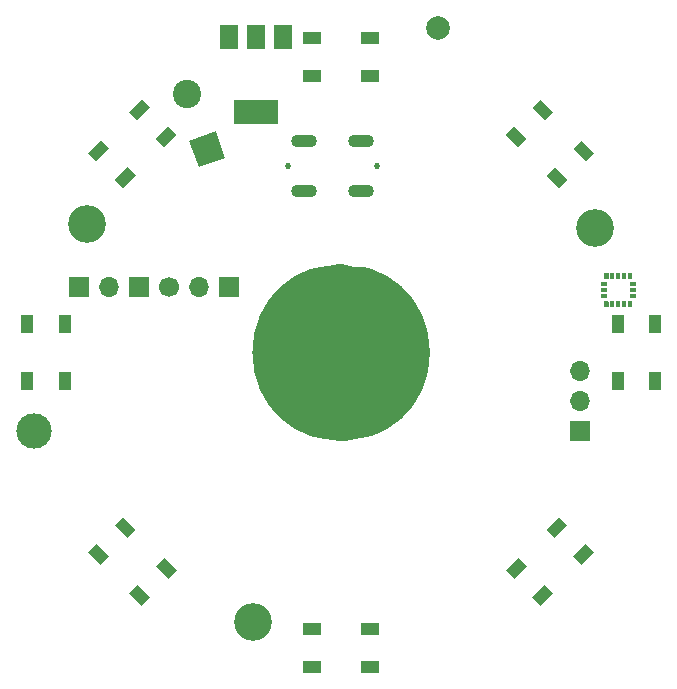
<source format=gbr>
%TF.GenerationSoftware,KiCad,Pcbnew,(5.1.10)-1*%
%TF.CreationDate,2021-12-05T21:12:05-05:00*%
%TF.ProjectId,poi_PCB,706f695f-5043-4422-9e6b-696361645f70,rev?*%
%TF.SameCoordinates,Original*%
%TF.FileFunction,Soldermask,Top*%
%TF.FilePolarity,Negative*%
%FSLAX46Y46*%
G04 Gerber Fmt 4.6, Leading zero omitted, Abs format (unit mm)*
G04 Created by KiCad (PCBNEW (5.1.10)-1) date 2021-12-05 21:12:05*
%MOMM*%
%LPD*%
G01*
G04 APERTURE LIST*
%ADD10C,7.500000*%
%ADD11C,3.200000*%
%ADD12O,1.700000X1.700000*%
%ADD13R,1.700000X1.700000*%
%ADD14C,0.520000*%
%ADD15O,2.200000X1.100000*%
%ADD16C,2.000000*%
%ADD17C,2.400000*%
%ADD18C,0.100000*%
%ADD19C,1.700000*%
%ADD20C,3.000000*%
%ADD21R,1.500000X2.000000*%
%ADD22R,3.800000X2.000000*%
%ADD23R,1.000000X1.500000*%
%ADD24R,1.500000X1.000000*%
G04 APERTURE END LIST*
D10*
X111248940Y-77499760D02*
G75*
G03*
X111248940Y-77499760I-3750000J0D01*
G01*
D11*
%TO.C,H3*%
X100000000Y-100300000D03*
%TD*%
D12*
%TO.C,J1*%
X127735120Y-79023760D03*
X127735120Y-81563760D03*
D13*
X127735120Y-84103760D03*
%TD*%
D14*
%TO.C,J4*%
X103036000Y-61714000D03*
X110536000Y-61714000D03*
D15*
X104386000Y-63864000D03*
X104386000Y-59564000D03*
X109186000Y-63864000D03*
X109186000Y-59564000D03*
%TD*%
D16*
%TO.C,TP1*%
X115726000Y-50032200D03*
%TD*%
%TO.C,U4*%
G36*
G01*
X131802460Y-70757600D02*
X132124460Y-70757600D01*
G75*
G02*
X132138460Y-70771600I0J-14000D01*
G01*
X132138460Y-71253600D01*
G75*
G02*
X132124460Y-71267600I-14000J0D01*
G01*
X131802460Y-71267600D01*
G75*
G02*
X131788460Y-71253600I0J14000D01*
G01*
X131788460Y-70771600D01*
G75*
G02*
X131802460Y-70757600I14000J0D01*
G01*
G37*
G36*
G01*
X131302460Y-70757600D02*
X131624460Y-70757600D01*
G75*
G02*
X131638460Y-70771600I0J-14000D01*
G01*
X131638460Y-71253600D01*
G75*
G02*
X131624460Y-71267600I-14000J0D01*
G01*
X131302460Y-71267600D01*
G75*
G02*
X131288460Y-71253600I0J14000D01*
G01*
X131288460Y-70771600D01*
G75*
G02*
X131302460Y-70757600I14000J0D01*
G01*
G37*
G36*
G01*
X130802460Y-70757600D02*
X131124460Y-70757600D01*
G75*
G02*
X131138460Y-70771600I0J-14000D01*
G01*
X131138460Y-71253600D01*
G75*
G02*
X131124460Y-71267600I-14000J0D01*
G01*
X130802460Y-71267600D01*
G75*
G02*
X130788460Y-71253600I0J14000D01*
G01*
X130788460Y-70771600D01*
G75*
G02*
X130802460Y-70757600I14000J0D01*
G01*
G37*
G36*
G01*
X130302460Y-70757600D02*
X130624460Y-70757600D01*
G75*
G02*
X130638460Y-70771600I0J-14000D01*
G01*
X130638460Y-71253600D01*
G75*
G02*
X130624460Y-71267600I-14000J0D01*
G01*
X130302460Y-71267600D01*
G75*
G02*
X130288460Y-71253600I0J14000D01*
G01*
X130288460Y-70771600D01*
G75*
G02*
X130302460Y-70757600I14000J0D01*
G01*
G37*
G36*
G01*
X129802460Y-70757600D02*
X130124460Y-70757600D01*
G75*
G02*
X130138460Y-70771600I0J-14000D01*
G01*
X130138460Y-71253600D01*
G75*
G02*
X130124460Y-71267600I-14000J0D01*
G01*
X129802460Y-71267600D01*
G75*
G02*
X129788460Y-71253600I0J14000D01*
G01*
X129788460Y-70771600D01*
G75*
G02*
X129802460Y-70757600I14000J0D01*
G01*
G37*
G36*
G01*
X129512460Y-71547600D02*
X129994460Y-71547600D01*
G75*
G02*
X130008460Y-71561600I0J-14000D01*
G01*
X130008460Y-71883600D01*
G75*
G02*
X129994460Y-71897600I-14000J0D01*
G01*
X129512460Y-71897600D01*
G75*
G02*
X129498460Y-71883600I0J14000D01*
G01*
X129498460Y-71561600D01*
G75*
G02*
X129512460Y-71547600I14000J0D01*
G01*
G37*
G36*
G01*
X129512460Y-72047600D02*
X129994460Y-72047600D01*
G75*
G02*
X130008460Y-72061600I0J-14000D01*
G01*
X130008460Y-72383600D01*
G75*
G02*
X129994460Y-72397600I-14000J0D01*
G01*
X129512460Y-72397600D01*
G75*
G02*
X129498460Y-72383600I0J14000D01*
G01*
X129498460Y-72061600D01*
G75*
G02*
X129512460Y-72047600I14000J0D01*
G01*
G37*
G36*
G01*
X129512460Y-72547600D02*
X129994460Y-72547600D01*
G75*
G02*
X130008460Y-72561600I0J-14000D01*
G01*
X130008460Y-72883600D01*
G75*
G02*
X129994460Y-72897600I-14000J0D01*
G01*
X129512460Y-72897600D01*
G75*
G02*
X129498460Y-72883600I0J14000D01*
G01*
X129498460Y-72561600D01*
G75*
G02*
X129512460Y-72547600I14000J0D01*
G01*
G37*
G36*
G01*
X129802460Y-73177600D02*
X130124460Y-73177600D01*
G75*
G02*
X130138460Y-73191600I0J-14000D01*
G01*
X130138460Y-73673600D01*
G75*
G02*
X130124460Y-73687600I-14000J0D01*
G01*
X129802460Y-73687600D01*
G75*
G02*
X129788460Y-73673600I0J14000D01*
G01*
X129788460Y-73191600D01*
G75*
G02*
X129802460Y-73177600I14000J0D01*
G01*
G37*
G36*
G01*
X130302460Y-73177600D02*
X130624460Y-73177600D01*
G75*
G02*
X130638460Y-73191600I0J-14000D01*
G01*
X130638460Y-73673600D01*
G75*
G02*
X130624460Y-73687600I-14000J0D01*
G01*
X130302460Y-73687600D01*
G75*
G02*
X130288460Y-73673600I0J14000D01*
G01*
X130288460Y-73191600D01*
G75*
G02*
X130302460Y-73177600I14000J0D01*
G01*
G37*
G36*
G01*
X130802460Y-73177600D02*
X131124460Y-73177600D01*
G75*
G02*
X131138460Y-73191600I0J-14000D01*
G01*
X131138460Y-73673600D01*
G75*
G02*
X131124460Y-73687600I-14000J0D01*
G01*
X130802460Y-73687600D01*
G75*
G02*
X130788460Y-73673600I0J14000D01*
G01*
X130788460Y-73191600D01*
G75*
G02*
X130802460Y-73177600I14000J0D01*
G01*
G37*
G36*
G01*
X131302460Y-73177600D02*
X131624460Y-73177600D01*
G75*
G02*
X131638460Y-73191600I0J-14000D01*
G01*
X131638460Y-73673600D01*
G75*
G02*
X131624460Y-73687600I-14000J0D01*
G01*
X131302460Y-73687600D01*
G75*
G02*
X131288460Y-73673600I0J14000D01*
G01*
X131288460Y-73191600D01*
G75*
G02*
X131302460Y-73177600I14000J0D01*
G01*
G37*
G36*
G01*
X131802460Y-73177600D02*
X132124460Y-73177600D01*
G75*
G02*
X132138460Y-73191600I0J-14000D01*
G01*
X132138460Y-73673600D01*
G75*
G02*
X132124460Y-73687600I-14000J0D01*
G01*
X131802460Y-73687600D01*
G75*
G02*
X131788460Y-73673600I0J14000D01*
G01*
X131788460Y-73191600D01*
G75*
G02*
X131802460Y-73177600I14000J0D01*
G01*
G37*
G36*
G01*
X131932460Y-72547600D02*
X132414460Y-72547600D01*
G75*
G02*
X132428460Y-72561600I0J-14000D01*
G01*
X132428460Y-72883600D01*
G75*
G02*
X132414460Y-72897600I-14000J0D01*
G01*
X131932460Y-72897600D01*
G75*
G02*
X131918460Y-72883600I0J14000D01*
G01*
X131918460Y-72561600D01*
G75*
G02*
X131932460Y-72547600I14000J0D01*
G01*
G37*
G36*
G01*
X131932460Y-72047600D02*
X132414460Y-72047600D01*
G75*
G02*
X132428460Y-72061600I0J-14000D01*
G01*
X132428460Y-72383600D01*
G75*
G02*
X132414460Y-72397600I-14000J0D01*
G01*
X131932460Y-72397600D01*
G75*
G02*
X131918460Y-72383600I0J14000D01*
G01*
X131918460Y-72061600D01*
G75*
G02*
X131932460Y-72047600I14000J0D01*
G01*
G37*
G36*
G01*
X131932460Y-71547600D02*
X132414460Y-71547600D01*
G75*
G02*
X132428460Y-71561600I0J-14000D01*
G01*
X132428460Y-71883600D01*
G75*
G02*
X132414460Y-71897600I-14000J0D01*
G01*
X131932460Y-71897600D01*
G75*
G02*
X131918460Y-71883600I0J14000D01*
G01*
X131918460Y-71561600D01*
G75*
G02*
X131932460Y-71547600I14000J0D01*
G01*
G37*
%TD*%
D17*
%TO.C,C4*%
X94440800Y-55594800D03*
D18*
G36*
X97688956Y-61010470D02*
G01*
X95433694Y-61831318D01*
X94612846Y-59576056D01*
X96868108Y-58755208D01*
X97688956Y-61010470D01*
G37*
%TD*%
%TO.C,D2*%
G36*
X123692076Y-56792741D02*
G01*
X124399182Y-56085635D01*
X125459842Y-57146295D01*
X124752736Y-57853401D01*
X123692076Y-56792741D01*
G37*
G36*
X121429335Y-59055482D02*
G01*
X122136441Y-58348376D01*
X123197101Y-59409036D01*
X122489995Y-60116142D01*
X121429335Y-59055482D01*
G37*
G36*
X127156899Y-60257564D02*
G01*
X127864005Y-59550458D01*
X128924665Y-60611118D01*
X128217559Y-61318224D01*
X127156899Y-60257564D01*
G37*
G36*
X124894158Y-62520305D02*
G01*
X125601264Y-61813199D01*
X126661924Y-62873859D01*
X125954818Y-63580965D01*
X124894158Y-62520305D01*
G37*
%TD*%
D13*
%TO.C,U6*%
X97994000Y-71976000D03*
D12*
X95454000Y-71976000D03*
D19*
X92914000Y-71976000D03*
D13*
X90374000Y-71976000D03*
D12*
X87834000Y-71976000D03*
D13*
X85294000Y-71976000D03*
%TD*%
D11*
%TO.C,H2*%
X86000000Y-66600000D03*
%TD*%
%TO.C,H1*%
X129000000Y-67000000D03*
%TD*%
D20*
%TO.C,TP2*%
X81484000Y-84168000D03*
%TD*%
D21*
%TO.C,U3*%
X102582800Y-50819200D03*
X97982800Y-50819200D03*
X100282800Y-50819200D03*
D22*
X100282800Y-57119200D03*
%TD*%
D23*
%TO.C,D9*%
X134100000Y-75050000D03*
X130900000Y-75050000D03*
X134100000Y-79950000D03*
X130900000Y-79950000D03*
%TD*%
%TO.C,D5*%
X80900000Y-79950000D03*
X84100000Y-79950000D03*
X80900000Y-75050000D03*
X84100000Y-75050000D03*
%TD*%
D18*
%TO.C,D8*%
G36*
X128218259Y-93692846D02*
G01*
X128925365Y-94399952D01*
X127864705Y-95460612D01*
X127157599Y-94753506D01*
X128218259Y-93692846D01*
G37*
G36*
X125955518Y-91430105D02*
G01*
X126662624Y-92137211D01*
X125601964Y-93197871D01*
X124894858Y-92490765D01*
X125955518Y-91430105D01*
G37*
G36*
X124753436Y-97157669D02*
G01*
X125460542Y-97864775D01*
X124399882Y-98925435D01*
X123692776Y-98218329D01*
X124753436Y-97157669D01*
G37*
G36*
X122490695Y-94894928D02*
G01*
X123197801Y-95602034D01*
X122137141Y-96662694D01*
X121430035Y-95955588D01*
X122490695Y-94894928D01*
G37*
%TD*%
%TO.C,D4*%
G36*
X86781741Y-61307224D02*
G01*
X86074635Y-60600118D01*
X87135295Y-59539458D01*
X87842401Y-60246564D01*
X86781741Y-61307224D01*
G37*
G36*
X89044482Y-63569965D02*
G01*
X88337376Y-62862859D01*
X89398036Y-61802199D01*
X90105142Y-62509305D01*
X89044482Y-63569965D01*
G37*
G36*
X90246564Y-57842401D02*
G01*
X89539458Y-57135295D01*
X90600118Y-56074635D01*
X91307224Y-56781741D01*
X90246564Y-57842401D01*
G37*
G36*
X92509305Y-60105142D02*
G01*
X91802199Y-59398036D01*
X92862859Y-58337376D01*
X93569965Y-59044482D01*
X92509305Y-60105142D01*
G37*
%TD*%
D24*
%TO.C,D7*%
X109950000Y-104100000D03*
X109950000Y-100900000D03*
X105050000Y-104100000D03*
X105050000Y-100900000D03*
%TD*%
%TO.C,D3*%
X105050000Y-50900000D03*
X105050000Y-54100000D03*
X109950000Y-50900000D03*
X109950000Y-54100000D03*
%TD*%
D18*
%TO.C,D6*%
G36*
X91307224Y-98217559D02*
G01*
X90600118Y-98924665D01*
X89539458Y-97864005D01*
X90246564Y-97156899D01*
X91307224Y-98217559D01*
G37*
G36*
X93569965Y-95954818D02*
G01*
X92862859Y-96661924D01*
X91802199Y-95601264D01*
X92509305Y-94894158D01*
X93569965Y-95954818D01*
G37*
G36*
X87842401Y-94752736D02*
G01*
X87135295Y-95459842D01*
X86074635Y-94399182D01*
X86781741Y-93692076D01*
X87842401Y-94752736D01*
G37*
G36*
X90105142Y-92489995D02*
G01*
X89398036Y-93197101D01*
X88337376Y-92136441D01*
X89044482Y-91429335D01*
X90105142Y-92489995D01*
G37*
%TD*%
M02*

</source>
